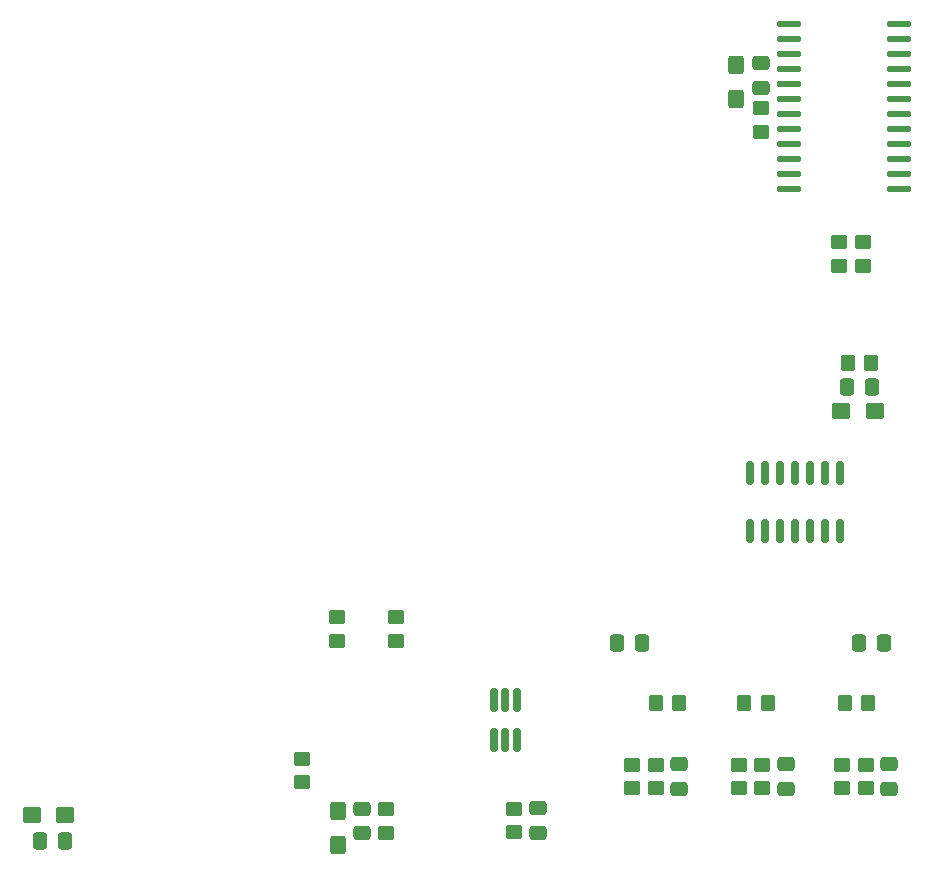
<source format=gbp>
G04 #@! TF.GenerationSoftware,KiCad,Pcbnew,8.0.4*
G04 #@! TF.CreationDate,2024-11-10T19:37:50+01:00*
G04 #@! TF.ProjectId,SchrackCounter,53636872-6163-46b4-936f-756e7465722e,v0.0.4*
G04 #@! TF.SameCoordinates,Original*
G04 #@! TF.FileFunction,Paste,Bot*
G04 #@! TF.FilePolarity,Positive*
%FSLAX46Y46*%
G04 Gerber Fmt 4.6, Leading zero omitted, Abs format (unit mm)*
G04 Created by KiCad (PCBNEW 8.0.4) date 2024-11-10 19:37:50*
%MOMM*%
%LPD*%
G01*
G04 APERTURE LIST*
G04 Aperture macros list*
%AMRoundRect*
0 Rectangle with rounded corners*
0 $1 Rounding radius*
0 $2 $3 $4 $5 $6 $7 $8 $9 X,Y pos of 4 corners*
0 Add a 4 corners polygon primitive as box body*
4,1,4,$2,$3,$4,$5,$6,$7,$8,$9,$2,$3,0*
0 Add four circle primitives for the rounded corners*
1,1,$1+$1,$2,$3*
1,1,$1+$1,$4,$5*
1,1,$1+$1,$6,$7*
1,1,$1+$1,$8,$9*
0 Add four rect primitives between the rounded corners*
20,1,$1+$1,$2,$3,$4,$5,0*
20,1,$1+$1,$4,$5,$6,$7,0*
20,1,$1+$1,$6,$7,$8,$9,0*
20,1,$1+$1,$8,$9,$2,$3,0*%
G04 Aperture macros list end*
%ADD10RoundRect,0.250000X-0.425000X0.537500X-0.425000X-0.537500X0.425000X-0.537500X0.425000X0.537500X0*%
%ADD11RoundRect,0.250000X0.450000X-0.350000X0.450000X0.350000X-0.450000X0.350000X-0.450000X-0.350000X0*%
%ADD12RoundRect,0.137500X0.862500X0.137500X-0.862500X0.137500X-0.862500X-0.137500X0.862500X-0.137500X0*%
%ADD13RoundRect,0.250000X0.350000X0.450000X-0.350000X0.450000X-0.350000X-0.450000X0.350000X-0.450000X0*%
%ADD14RoundRect,0.250000X-0.450000X0.350000X-0.450000X-0.350000X0.450000X-0.350000X0.450000X0.350000X0*%
%ADD15RoundRect,0.162500X0.162500X-0.837500X0.162500X0.837500X-0.162500X0.837500X-0.162500X-0.837500X0*%
%ADD16RoundRect,0.250000X0.537500X0.425000X-0.537500X0.425000X-0.537500X-0.425000X0.537500X-0.425000X0*%
%ADD17RoundRect,0.250000X0.475000X-0.337500X0.475000X0.337500X-0.475000X0.337500X-0.475000X-0.337500X0*%
%ADD18RoundRect,0.250000X-0.475000X0.337500X-0.475000X-0.337500X0.475000X-0.337500X0.475000X0.337500X0*%
%ADD19RoundRect,0.250000X0.337500X0.475000X-0.337500X0.475000X-0.337500X-0.475000X0.337500X-0.475000X0*%
%ADD20RoundRect,0.250000X-0.350000X-0.450000X0.350000X-0.450000X0.350000X0.450000X-0.350000X0.450000X0*%
%ADD21RoundRect,0.250000X-0.337500X-0.475000X0.337500X-0.475000X0.337500X0.475000X-0.337500X0.475000X0*%
%ADD22RoundRect,0.150000X0.150000X-0.825000X0.150000X0.825000X-0.150000X0.825000X-0.150000X-0.825000X0*%
%ADD23RoundRect,0.250000X0.425000X-0.537500X0.425000X0.537500X-0.425000X0.537500X-0.425000X-0.537500X0*%
G04 APERTURE END LIST*
D10*
X190300000Y-133005000D03*
X190300000Y-135880000D03*
D11*
X232750000Y-86830000D03*
X232750000Y-84830000D03*
D12*
X237800000Y-66345000D03*
X237800000Y-67615000D03*
X237800000Y-68885000D03*
X237800000Y-70155000D03*
X237800000Y-71425000D03*
X237800000Y-72695000D03*
X237800000Y-73965000D03*
X237800000Y-75235000D03*
X237800000Y-76505000D03*
X237800000Y-77775000D03*
X237800000Y-79045000D03*
X237800000Y-80315000D03*
X228500000Y-80315000D03*
X228500000Y-79045000D03*
X228500000Y-77775000D03*
X228500000Y-76505000D03*
X228500000Y-75235000D03*
X228500000Y-73965000D03*
X228500000Y-72695000D03*
X228500000Y-71425000D03*
X228500000Y-70155000D03*
X228500000Y-68885000D03*
X228500000Y-67615000D03*
X228500000Y-66345000D03*
D13*
X235250000Y-123830000D03*
X233250000Y-123830000D03*
D14*
X226150000Y-73492500D03*
X226150000Y-75492500D03*
D15*
X205450000Y-127002500D03*
X204500000Y-127002500D03*
X203550000Y-127002500D03*
X203550000Y-123582500D03*
X204500000Y-123582500D03*
X205450000Y-123582500D03*
D16*
X235837500Y-99180000D03*
X232962500Y-99180000D03*
D17*
X226150000Y-71780000D03*
X226150000Y-69705000D03*
D18*
X207250000Y-132792500D03*
X207250000Y-134867500D03*
D11*
X234750000Y-86830000D03*
X234750000Y-84830000D03*
D14*
X215250000Y-129080000D03*
X215250000Y-131080000D03*
D16*
X167262500Y-133330000D03*
X164387500Y-133330000D03*
D14*
X233000000Y-129080000D03*
X233000000Y-131080000D03*
X235000000Y-129080000D03*
X235000000Y-131080000D03*
D11*
X205250000Y-134830000D03*
X205250000Y-132830000D03*
D14*
X195250000Y-116580000D03*
X195250000Y-118580000D03*
D19*
X167187500Y-135580000D03*
X165112500Y-135580000D03*
D14*
X194400000Y-132842500D03*
X194400000Y-134842500D03*
D19*
X235537500Y-97080000D03*
X233462500Y-97080000D03*
D14*
X187250000Y-128580000D03*
X187250000Y-130580000D03*
D20*
X224750000Y-123830000D03*
X226750000Y-123830000D03*
D19*
X216037500Y-118830000D03*
X213962500Y-118830000D03*
D20*
X233500000Y-95080000D03*
X235500000Y-95080000D03*
D17*
X219200000Y-131117500D03*
X219200000Y-129042500D03*
X237000000Y-131117500D03*
X237000000Y-129042500D03*
D21*
X234462500Y-118830000D03*
X236537500Y-118830000D03*
D22*
X232810000Y-109305000D03*
X231540000Y-109305000D03*
X230270000Y-109305000D03*
X229000000Y-109305000D03*
X227730000Y-109305000D03*
X226460000Y-109305000D03*
X225190000Y-109305000D03*
X225190000Y-104355000D03*
X226460000Y-104355000D03*
X227730000Y-104355000D03*
X229000000Y-104355000D03*
X230270000Y-104355000D03*
X231540000Y-104355000D03*
X232810000Y-104355000D03*
D14*
X226250000Y-129080000D03*
X226250000Y-131080000D03*
D23*
X224050000Y-72767500D03*
X224050000Y-69892500D03*
D17*
X228250000Y-131117500D03*
X228250000Y-129042500D03*
D20*
X217250001Y-123829999D03*
X219249999Y-123830001D03*
D14*
X224250000Y-129080000D03*
X224250000Y-131080000D03*
D18*
X192400000Y-132805000D03*
X192400000Y-134880000D03*
D14*
X190250000Y-116580000D03*
X190250000Y-118580000D03*
X217250000Y-129080000D03*
X217250000Y-131080000D03*
M02*

</source>
